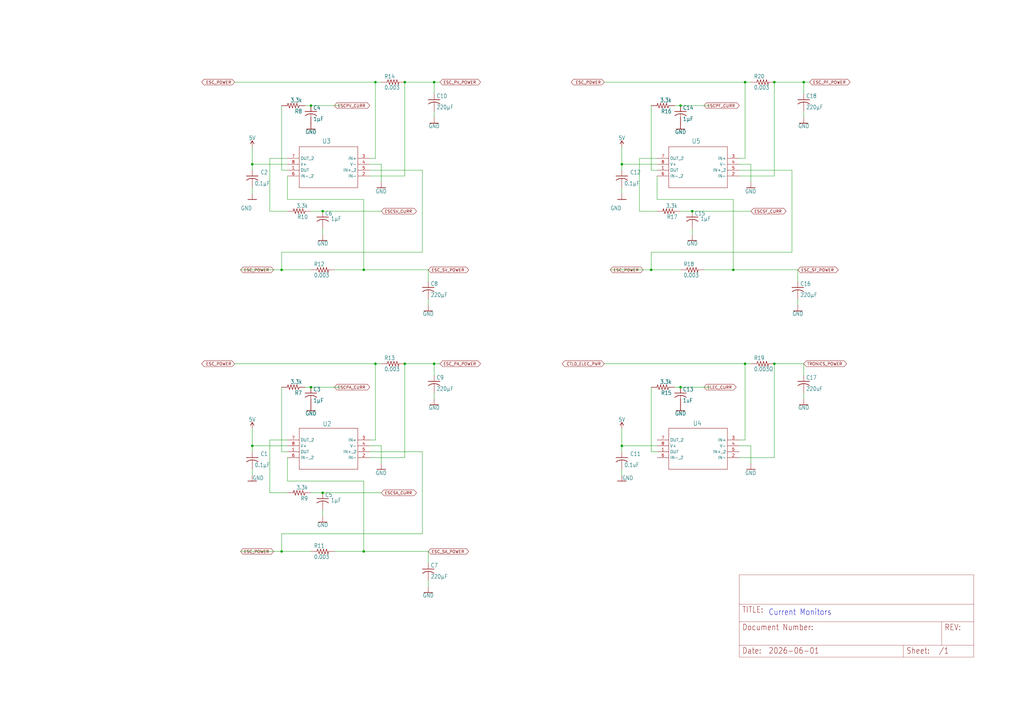
<source format=kicad_sch>
(kicad_sch (version 20231120) (generator "eeschema") (generator_version "8.0")
  (paper "User" 443.357 305.206)
  (lib_symbols
    (symbol "PMS-eagle-import:5V" (power)
      (symbol "5V_1_0"
        (polyline (pts (xy 0 2.54) (xy -0.762 1.27)) (stroke (width 0.254)))
        (polyline (pts (xy 0.762 1.27) (xy 0 2.54)) (stroke (width 0.254)))
        (pin power_in line (at 0 0 90) (length 2.54) (name "5V") (number "1"))
      )
    )
    (symbol "PMS-eagle-import:ADAFRUIT_C-US3.5MMCAP"
      (property "Reference" "C" (at 1.016 0.635 0))
      (symbol "ADAFRUIT_C-US3.5MMCAP_1_0"
        (arc (start 0 -1.0161) (mid -1.302 -1.2303) (end -2.4668 -1.8504) (stroke (width 0.254)))
        (polyline (pts (xy -2.54 0) (xy 2.54 0)) (stroke (width 0.254)))
        (polyline (pts (xy 0 -1.0161) (xy 0 -2.54)) (stroke (width 0.1524)))
        (polyline (pts (xy 0 -1.016) (xy 0 -1.0161)) (stroke (width 0.1524)))
        (arc (start 2.4892 -1.8541) (mid 1.3158 -1.2194) (end 0 -1) (stroke (width 0.254)))
        (pin passive line (at 0 2.54 270) (length 2.54) (name "1") (number "1"))
        (pin passive line (at 0 -5.08 90) (length 2.54) (name "2") (number "2"))
      )
    )
    (symbol "PMS-eagle-import:C-USC0603"
      (property "Reference" "C" (at 1.016 0.635 0))
      (symbol "C-USC0603_1_0"
        (arc (start 0 -1.0161) (mid -1.302 -1.2303) (end -2.4668 -1.8504) (stroke (width 0.254)))
        (polyline (pts (xy -2.54 0) (xy 2.54 0)) (stroke (width 0.254)))
        (polyline (pts (xy 0 -1.016) (xy 0 -2.54)) (stroke (width 0.1524)))
        (arc (start 2.4892 -1.8541) (mid 1.3158 -1.2194) (end 0 -1) (stroke (width 0.254)))
        (pin passive line (at 0 2.54 270) (length 2.54) (name "1") (number "1"))
        (pin passive line (at 0 -5.08 90) (length 2.54) (name "2") (number "2"))
      )
    )
    (symbol "PMS-eagle-import:C-USC0805"
      (property "Reference" "C" (at 1.016 0.635 0))
      (symbol "C-USC0805_1_0"
        (arc (start 0 -1.0161) (mid -1.302 -1.2303) (end -2.4668 -1.8504) (stroke (width 0.254)))
        (polyline (pts (xy -2.54 0) (xy 2.54 0)) (stroke (width 0.254)))
        (polyline (pts (xy 0 -1.016) (xy 0 -2.54)) (stroke (width 0.1524)))
        (arc (start 2.4892 -1.8541) (mid 1.3158 -1.2194) (end 0 -1) (stroke (width 0.254)))
        (pin passive line (at 0 2.54 270) (length 2.54) (name "1") (number "1"))
        (pin passive line (at 0 -5.08 90) (length 2.54) (name "2") (number "2"))
      )
    )
    (symbol "PMS-eagle-import:GND" (power)
      (symbol "GND_1_0"
        (polyline (pts (xy -1.905 0) (xy 1.905 0)) (stroke (width 0.254)))
        (pin power_in line (at 0 2.54 270) (length 2.54) (name "GND") (number "1"))
      )
    )
    (symbol "PMS-eagle-import:LM2904ITPX/NOPB"
      (symbol "LM2904ITPX/NOPB_1_0"
        (polyline (pts (xy 7.62 -12.7) (xy 33.02 -12.7)) (stroke (width 0.1524)))
        (polyline (pts (xy 7.62 5.08) (xy 7.62 -12.7)) (stroke (width 0.1524)))
        (polyline (pts (xy 33.02 -12.7) (xy 33.02 5.08)) (stroke (width 0.1524)))
        (polyline (pts (xy 33.02 5.08) (xy 7.62 5.08)) (stroke (width 0.1524)))
        (pin output line (at 2.54 -5.08 0) (length 5.08) (name "OUT") (number "1"))
        (pin input line (at 38.1 -7.62 180) (length 5.08) (name "IN-") (number "2"))
        (pin input line (at 38.1 0 180) (length 5.08) (name "IN+") (number "3"))
        (pin power_in line (at 38.1 -2.54 180) (length 5.08) (name "V-") (number "4"))
        (pin input line (at 38.1 -5.08 180) (length 5.08) (name "IN+_2") (number "5"))
        (pin input line (at 2.54 -7.62 0) (length 5.08) (name "IN-_2") (number "6"))
        (pin output line (at 2.54 0 0) (length 5.08) (name "OUT_2") (number "7"))
        (pin power_in line (at 2.54 -2.54 0) (length 5.08) (name "V+") (number "8"))
      )
    )
    (symbol "PMS-eagle-import:R-US_R0603"
      (property "Reference" "R" (at -3.81 1.4986 0))
      (symbol "R-US_R0603_1_0"
        (polyline (pts (xy -2.54 0) (xy -2.159 1.016)) (stroke (width 0.2032)))
        (polyline (pts (xy -2.159 1.016) (xy -1.524 -1.016)) (stroke (width 0.2032)))
        (polyline (pts (xy -1.524 -1.016) (xy -0.889 1.016)) (stroke (width 0.2032)))
        (polyline (pts (xy -0.889 1.016) (xy -0.254 -1.016)) (stroke (width 0.2032)))
        (polyline (pts (xy -0.254 -1.016) (xy 0.381 1.016)) (stroke (width 0.2032)))
        (polyline (pts (xy 0.381 1.016) (xy 1.016 -1.016)) (stroke (width 0.2032)))
        (polyline (pts (xy 1.016 -1.016) (xy 1.651 1.016)) (stroke (width 0.2032)))
        (polyline (pts (xy 1.651 1.016) (xy 2.286 -1.016)) (stroke (width 0.2032)))
        (polyline (pts (xy 2.286 -1.016) (xy 2.54 0)) (stroke (width 0.2032)))
        (pin passive line (at -5.08 0 0) (length 2.54) (name "1") (number "1"))
        (pin passive line (at 5.08 0 180) (length 2.54) (name "2") (number "2"))
      )
    )
    (symbol "PMS-eagle-import:R-US_R1206"
      (property "Reference" "R" (at -3.81 1.4986 0))
      (symbol "R-US_R1206_1_0"
        (polyline (pts (xy -2.54 0) (xy -2.159 1.016)) (stroke (width 0.2032)))
        (polyline (pts (xy -2.159 1.016) (xy -1.524 -1.016)) (stroke (width 0.2032)))
        (polyline (pts (xy -1.524 -1.016) (xy -0.889 1.016)) (stroke (width 0.2032)))
        (polyline (pts (xy -0.889 1.016) (xy -0.254 -1.016)) (stroke (width 0.2032)))
        (polyline (pts (xy -0.254 -1.016) (xy 0.381 1.016)) (stroke (width 0.2032)))
        (polyline (pts (xy 0.381 1.016) (xy 1.016 -1.016)) (stroke (width 0.2032)))
        (polyline (pts (xy 1.016 -1.016) (xy 1.651 1.016)) (stroke (width 0.2032)))
        (polyline (pts (xy 1.651 1.016) (xy 2.286 -1.016)) (stroke (width 0.2032)))
        (polyline (pts (xy 2.286 -1.016) (xy 2.54 0)) (stroke (width 0.2032)))
        (pin passive line (at -5.08 0 0) (length 2.54) (name "1") (number "1"))
        (pin passive line (at 5.08 0 180) (length 2.54) (name "2") (number "2"))
      )
    )
    (symbol "PMS-eagle-import:TABL_L"
      (symbol "TABL_L_1_0"
        (polyline (pts (xy 0 0) (xy 401.32 0)) (stroke (width 0.4064)))
        (polyline (pts (xy 0 266.7) (xy 0 0)) (stroke (width 0.4064)))
        (polyline (pts (xy 401.32 0) (xy 401.32 266.7)) (stroke (width 0.4064)))
        (polyline (pts (xy 401.32 266.7) (xy 0 266.7)) (stroke (width 0.4064)))
      )
      (symbol "TABL_L_2_0"
        (polyline (pts (xy 0 0) (xy 0 5.08)) (stroke (width 0.1016)))
        (polyline (pts (xy 0 0) (xy 71.12 0)) (stroke (width 0.1016)))
        (polyline (pts (xy 0 5.08) (xy 0 15.24)) (stroke (width 0.1016)))
        (polyline (pts (xy 0 5.08) (xy 71.12 5.08)) (stroke (width 0.1016)))
        (polyline (pts (xy 0 15.24) (xy 0 22.86)) (stroke (width 0.1016)))
        (polyline (pts (xy 0 22.86) (xy 0 35.56)) (stroke (width 0.1016)))
        (polyline (pts (xy 0 22.86) (xy 101.6 22.86)) (stroke (width 0.1016)))
        (polyline (pts (xy 71.12 0) (xy 101.6 0)) (stroke (width 0.1016)))
        (polyline (pts (xy 71.12 5.08) (xy 71.12 0)) (stroke (width 0.1016)))
        (polyline (pts (xy 71.12 5.08) (xy 87.63 5.08)) (stroke (width 0.1016)))
        (polyline (pts (xy 87.63 5.08) (xy 101.6 5.08)) (stroke (width 0.1016)))
        (polyline (pts (xy 87.63 15.24) (xy 0 15.24)) (stroke (width 0.1016)))
        (polyline (pts (xy 87.63 15.24) (xy 87.63 5.08)) (stroke (width 0.1016)))
        (polyline (pts (xy 101.6 5.08) (xy 101.6 0)) (stroke (width 0.1016)))
        (polyline (pts (xy 101.6 15.24) (xy 87.63 15.24)) (stroke (width 0.1016)))
        (polyline (pts (xy 101.6 15.24) (xy 101.6 5.08)) (stroke (width 0.1016)))
        (polyline (pts (xy 101.6 22.86) (xy 101.6 15.24)) (stroke (width 0.1016)))
        (polyline (pts (xy 101.6 35.56) (xy 0 35.56)) (stroke (width 0.1016)))
        (polyline (pts (xy 101.6 35.56) (xy 101.6 22.86)) (stroke (width 0.1016)))
        (text "${#}/${##}" (at 86.36 1.27 0) (effects (font (size 2.54 2.159)) (justify left bottom)))
        (text "${CURRENT_DATE}" (at 12.7 1.27 0) (effects (font (size 2.54 2.159)) (justify left bottom)))
        (text "${PROJECTNAME}" (at 17.78 19.05 0) (effects (font (size 2.54 2.159)) (justify left bottom)))
        (text "Date:" (at 1.27 1.27 0) (effects (font (size 2.54 2.159)) (justify left bottom)))
        (text "Document Number:" (at 1.27 11.43 0) (effects (font (size 2.54 2.159)) (justify left bottom)))
        (text "REV:" (at 88.9 11.43 0) (effects (font (size 2.54 2.159)) (justify left bottom)))
        (text "Sheet:" (at 72.39 1.27 0) (effects (font (size 2.54 2.159)) (justify left bottom)))
        (text "TITLE:" (at 1.27 19.05 0) (effects (font (size 2.54 2.159)) (justify left bottom)))
      )
    )
    (symbol "PMS-eagle-import:supply1_GND" (power)
      (symbol "supply1_GND_1_0"
        (polyline (pts (xy -1.905 0) (xy 1.905 0)) (stroke (width 0.254)))
        (pin power_in line (at 0 2.54 270) (length 2.54) (name "GND") (number "1"))
      )
    )
  )
  (junction (at 175.26 35.56))
  (junction (at 134.62 45.72))
  (junction (at 109.22 71.12))
  (junction (at 347.98 35.56))
  (junction (at 134.62 167.64))
  (junction (at 335.28 35.56))
  (junction (at 109.22 193.04))
  (junction (at 121.92 238.76))
  (junction (at 121.92 116.84))
  (junction (at 187.96 157.48))
  (junction (at 157.48 238.76))
  (junction (at 175.26 157.48))
  (junction (at 187.96 35.56))
  (junction (at 162.56 157.48))
  (junction (at 322.58 35.56))
  (junction (at 162.56 35.56))
  (junction (at 269.24 71.12))
  (junction (at 139.7 91.44))
  (junction (at 139.7 213.36))
  (junction (at 269.24 193.04))
  (junction (at 294.64 167.64))
  (junction (at 281.94 116.84))
  (junction (at 317.5 116.84))
  (junction (at 322.58 157.48))
  (junction (at 335.28 157.48))
  (junction (at 157.48 116.84))
  (junction (at 299.72 91.44))
  (junction (at 294.64 45.72))
  (wire (pts (xy 162.56 190.5) (xy 160.02 190.5)) (stroke (width 0.1524)))
  (wire (pts (xy 284.48 86.36) (xy 317.5 86.36)) (stroke (width 0.1524)))
  (wire (pts (xy 124.46 68.58) (xy 116.84 68.58)) (stroke (width 0.1524)))
  (wire (pts (xy 162.56 190.5) (xy 162.56 157.48)) (stroke (width 0.1524)))
  (wire (pts (xy 116.84 68.58) (xy 116.84 91.44)) (stroke (width 0.1524)))
  (wire (pts (xy 347.98 170.18) (xy 347.98 172.72)) (stroke (width 0.1524)))
  (wire (pts (xy 281.94 73.66) (xy 284.48 73.66)))
  (wire (pts (xy 322.58 157.48) (xy 261.62 157.48)) (stroke (width 0.1524)))
  (wire (pts (xy 299.72 91.44) (xy 325.12 91.44)) (stroke (width 0.1524)))
  (wire (pts (xy 124.46 73.66) (xy 121.92 73.66)) (stroke (width 0.1524)))
  (wire (pts (xy 185.42 238.76) (xy 185.42 243.84)))
  (wire (pts (xy 322.58 68.58) (xy 322.58 35.56)) (stroke (width 0.1524)))
  (wire (pts (xy 345.44 129.54) (xy 345.44 132.08)) (stroke (width 0.1524)))
  (wire (pts (xy 175.26 76.2) (xy 175.26 35.56)) (stroke (width 0.1524)))
  (wire (pts (xy 124.46 195.58) (xy 121.92 195.58)) (stroke (width 0.1524)))
  (wire (pts (xy 165.1 193.04) (xy 165.1 200.66)) (stroke (width 0.1524)))
  (wire (pts (xy 335.28 76.2) (xy 335.28 35.56)) (stroke (width 0.1524)))
  (wire (pts (xy 342.9 73.66) (xy 342.9 109.22)) (stroke (width 0.1524)))
  (wire (pts (xy 269.24 71.12) (xy 284.48 71.12)) (stroke (width 0.1524)))
  (wire (pts (xy 281.94 116.84) (xy 264.16 116.84)) (stroke (width 0.1524)))
  (wire (pts (xy 347.98 35.56) (xy 350.52 35.56)) (stroke (width 0.1524)))
  (wire (pts (xy 317.5 86.36) (xy 317.5 116.84)) (stroke (width 0.1524)))
  (wire (pts (xy 116.84 213.36) (xy 124.46 213.36)) (stroke (width 0.1524)))
  (wire (pts (xy 175.26 198.12) (xy 160.02 198.12)) (stroke (width 0.1524)))
  (wire (pts (xy 134.62 238.76) (xy 121.92 238.76)) (stroke (width 0.1524)))
  (wire (pts (xy 294.64 167.64) (xy 307.34 167.64)) (stroke (width 0.1524)))
  (wire (pts (xy 269.24 81.28) (xy 269.24 83.82)) (stroke (width 0.1524)))
  (wire (pts (xy 187.96 35.56) (xy 187.96 40.64)) (stroke (width 0.1524)))
  (wire (pts (xy 132.08 167.64) (xy 134.62 167.64)) (stroke (width 0.1524)))
  (wire (pts (xy 134.62 45.72) (xy 147.32 45.72)) (stroke (width 0.1524)))
  (wire (pts (xy 322.58 190.5) (xy 320.04 190.5)) (stroke (width 0.1524)))
  (wire (pts (xy 292.1 45.72) (xy 294.64 45.72)) (stroke (width 0.1524)))
  (wire (pts (xy 335.28 198.12) (xy 335.28 157.48)) (stroke (width 0.1524)))
  (wire (pts (xy 335.28 35.56) (xy 347.98 35.56)) (stroke (width 0.1524)))
  (wire (pts (xy 325.12 193.04) (xy 325.12 200.66)) (stroke (width 0.1524)))
  (wire (pts (xy 109.22 81.28) (xy 109.22 83.82)) (stroke (width 0.1524)))
  (wire (pts (xy 162.56 157.48) (xy 101.6 157.48)) (stroke (width 0.1524)))
  (wire (pts (xy 187.96 48.26) (xy 187.96 50.8)) (stroke (width 0.1524)))
  (wire (pts (xy 187.96 35.56) (xy 190.5 35.56)) (stroke (width 0.1524)))
  (wire (pts (xy 322.58 35.56) (xy 325.12 35.56)) (stroke (width 0.1524)))
  (wire (pts (xy 139.7 99.06) (xy 139.7 101.6)) (stroke (width 0.1524)))
  (wire (pts (xy 116.84 190.5) (xy 116.84 213.36)) (stroke (width 0.1524)))
  (wire (pts (xy 160.02 71.12) (xy 165.1 71.12)) (stroke (width 0.1524)))
  (wire (pts (xy 121.92 116.84) (xy 104.14 116.84)) (stroke (width 0.1524)))
  (wire (pts (xy 139.7 213.36) (xy 165.1 213.36)) (stroke (width 0.1524)))
  (wire (pts (xy 284.48 68.58) (xy 276.86 68.58)) (stroke (width 0.1524)))
  (wire (pts (xy 345.44 116.84) (xy 345.44 121.92)))
  (wire (pts (xy 109.22 73.66) (xy 109.22 71.12)) (stroke (width 0.1524)))
  (wire (pts (xy 134.62 167.64) (xy 147.32 167.64)) (stroke (width 0.1524)))
  (wire (pts (xy 109.22 71.12) (xy 124.46 71.12)) (stroke (width 0.1524)))
  (wire (pts (xy 139.7 91.44) (xy 165.1 91.44)) (stroke (width 0.1524)))
  (wire (pts (xy 320.04 73.66) (xy 342.9 73.66)) (stroke (width 0.1524)))
  (wire (pts (xy 185.42 116.84) (xy 185.42 121.92)))
  (wire (pts (xy 134.62 116.84) (xy 121.92 116.84)) (stroke (width 0.1524)))
  (wire (pts (xy 294.64 116.84) (xy 281.94 116.84)) (stroke (width 0.1524)))
  (wire (pts (xy 160.02 73.66) (xy 182.88 73.66)) (stroke (width 0.1524)))
  (wire (pts (xy 109.22 195.58) (xy 109.22 193.04)) (stroke (width 0.1524)))
  (wire (pts (xy 175.26 157.48) (xy 187.96 157.48)) (stroke (width 0.1524)))
  (wire (pts (xy 134.62 213.36) (xy 139.7 213.36)) (stroke (width 0.1524)))
  (wire (pts (xy 294.64 91.44) (xy 299.72 91.44)) (stroke (width 0.1524)))
  (wire (pts (xy 284.48 76.2) (xy 284.48 86.36)) (stroke (width 0.1524)))
  (wire (pts (xy 139.7 220.98) (xy 139.7 223.52)) (stroke (width 0.1524)))
  (wire (pts (xy 124.46 198.12) (xy 124.46 208.28)) (stroke (width 0.1524)))
  (wire (pts (xy 182.88 195.58) (xy 182.88 231.14)) (stroke (width 0.1524)))
  (wire (pts (xy 335.28 198.12) (xy 320.04 198.12)) (stroke (width 0.1524)))
  (wire (pts (xy 347.98 35.56) (xy 347.98 40.64)) (stroke (width 0.1524)))
  (wire (pts (xy 144.78 238.76) (xy 157.48 238.76)) (stroke (width 0.1524)))
  (wire (pts (xy 269.24 63.5) (xy 269.24 71.12)) (stroke (width 0.1524)))
  (wire (pts (xy 165.1 71.12) (xy 165.1 78.74)) (stroke (width 0.1524)))
  (wire (pts (xy 160.02 195.58) (xy 182.88 195.58)) (stroke (width 0.1524)))
  (wire (pts (xy 347.98 48.26) (xy 347.98 50.8)) (stroke (width 0.1524)))
  (wire (pts (xy 335.28 157.48) (xy 347.98 157.48)) (stroke (width 0.1524)))
  (wire (pts (xy 109.22 63.5) (xy 109.22 71.12)) (stroke (width 0.1524)))
  (wire (pts (xy 121.92 73.66) (xy 121.92 45.72)) (stroke (width 0.1524)))
  (wire (pts (xy 269.24 185.42) (xy 269.24 193.04)) (stroke (width 0.1524)))
  (wire (pts (xy 109.22 185.42) (xy 109.22 193.04)) (stroke (width 0.1524)))
  (wire (pts (xy 320.04 193.04) (xy 325.12 193.04)) (stroke (width 0.1524)))
  (wire (pts (xy 134.62 91.44) (xy 139.7 91.44)) (stroke (width 0.1524)))
  (wire (pts (xy 276.86 68.58) (xy 276.86 91.44)) (stroke (width 0.1524)))
  (wire (pts (xy 185.42 251.46) (xy 185.42 254)) (stroke (width 0.1524)))
  (wire (pts (xy 281.94 73.66) (xy 281.94 45.72)) (stroke (width 0.1524)))
  (wire (pts (xy 281.94 195.58) (xy 281.94 167.64)) (stroke (width 0.1524)))
  (wire (pts (xy 121.92 238.76) (xy 104.14 238.76)) (stroke (width 0.1524)))
  (wire (pts (xy 322.58 35.56) (xy 261.62 35.56)) (stroke (width 0.1524)))
  (wire (pts (xy 124.46 190.5) (xy 116.84 190.5)) (stroke (width 0.1524)))
  (wire (pts (xy 116.84 91.44) (xy 124.46 91.44)) (stroke (width 0.1524)))
  (wire (pts (xy 121.92 109.22) (xy 121.92 116.84)) (stroke (width 0.1524)))
  (wire (pts (xy 185.42 129.54) (xy 185.42 132.08)) (stroke (width 0.1524)))
  (wire (pts (xy 162.56 35.56) (xy 101.6 35.56)) (stroke (width 0.1524)))
  (wire (pts (xy 175.26 35.56) (xy 187.96 35.56)) (stroke (width 0.1524)))
  (wire (pts (xy 132.08 45.72) (xy 134.62 45.72)) (stroke (width 0.1524)))
  (wire (pts (xy 276.86 91.44) (xy 284.48 91.44)) (stroke (width 0.1524)))
  (wire (pts (xy 160.02 193.04) (xy 165.1 193.04)) (stroke (width 0.1524)))
  (wire (pts (xy 269.24 203.2) (xy 269.24 205.74)) (stroke (width 0.1524)))
  (wire (pts (xy 144.78 116.84) (xy 157.48 116.84)) (stroke (width 0.1524)))
  (wire (pts (xy 157.48 208.28) (xy 157.48 238.76)) (stroke (width 0.1524)))
  (wire (pts (xy 187.96 157.48) (xy 190.5 157.48)) (stroke (width 0.1524)))
  (wire (pts (xy 325.12 71.12) (xy 325.12 78.74)) (stroke (width 0.1524)))
  (wire (pts (xy 162.56 68.58) (xy 160.02 68.58)) (stroke (width 0.1524)))
  (wire (pts (xy 269.24 73.66) (xy 269.24 71.12)) (stroke (width 0.1524)))
  (wire (pts (xy 109.22 203.2) (xy 109.22 205.74)) (stroke (width 0.1524)))
  (wire (pts (xy 320.04 71.12) (xy 325.12 71.12)) (stroke (width 0.1524)))
  (wire (pts (xy 322.58 68.58) (xy 320.04 68.58)) (stroke (width 0.1524)))
  (wire (pts (xy 281.94 109.22) (xy 281.94 116.84)) (stroke (width 0.1524)))
  (wire (pts (xy 269.24 193.04) (xy 284.48 193.04)) (stroke (width 0.1524)))
  (wire (pts (xy 124.46 76.2) (xy 124.46 86.36)) (stroke (width 0.1524)))
  (wire (pts (xy 322.58 190.5) (xy 322.58 157.48)) (stroke (width 0.1524)))
  (wire (pts (xy 187.96 157.48) (xy 187.96 162.56)) (stroke (width 0.1524)))
  (wire (pts (xy 182.88 231.14) (xy 121.92 231.14)) (stroke (width 0.1524)))
  (wire (pts (xy 121.92 231.14) (xy 121.92 238.76)) (stroke (width 0.1524)))
  (wire (pts (xy 187.96 170.18) (xy 187.96 172.72)) (stroke (width 0.1524)))
  (wire (pts (xy 320.04 76.2) (xy 335.28 76.2)) (stroke (width 0.1524)))
  (wire (pts (xy 157.48 116.84) (xy 185.42 116.84)) (stroke (width 0.1524)))
  (wire (pts (xy 299.72 99.06) (xy 299.72 101.6)) (stroke (width 0.1524)))
  (wire (pts (xy 162.56 35.56) (xy 165.1 35.56)) (stroke (width 0.1524)))
  (wire (pts (xy 182.88 109.22) (xy 121.92 109.22)) (stroke (width 0.1524)))
  (wire (pts (xy 157.48 86.36) (xy 157.48 116.84)) (stroke (width 0.1524)))
  (wire (pts (xy 342.9 109.22) (xy 281.94 109.22)) (stroke (width 0.1524)))
  (wire (pts (xy 284.48 195.58) (xy 281.94 195.58)) (stroke (width 0.1524)))
  (wire (pts (xy 304.8 116.84) (xy 317.5 116.84)) (stroke (width 0.1524)))
  (wire (pts (xy 162.56 68.58) (xy 162.56 35.56)) (stroke (width 0.1524)))
  (wire (pts (xy 175.26 76.2) (xy 160.02 76.2)) (stroke (width 0.1524)))
  (wire (pts (xy 292.1 167.64) (xy 294.64 167.64)) (stroke (width 0.1524)))
  (wire (pts (xy 162.56 157.48) (xy 165.1 157.48)) (stroke (width 0.1524)))
  (wire (pts (xy 269.24 195.58) (xy 269.24 193.04)) (stroke (width 0.1524)))
  (wire (pts (xy 157.48 238.76) (xy 185.42 238.76)) (stroke (width 0.1524)))
  (wire (pts (xy 109.22 193.04) (xy 124.46 193.04)) (stroke (width 0.1524)))
  (wire (pts (xy 182.88 73.66) (xy 182.88 109.22)) (stroke (width 0.1524)))
  (wire (pts (xy 124.46 208.28) (xy 157.48 208.28)) (stroke (width 0.1524)))
  (wire (pts (xy 322.58 157.48) (xy 325.12 157.48)) (stroke (width 0.1524)))
  (wire (pts (xy 175.26 198.12) (xy 175.26 157.48)) (stroke (width 0.1524)))
  (wire (pts (xy 317.5 116.84) (xy 345.44 116.84)) (stroke (width 0.1524)))
  (wire (pts (xy 347.98 157.48) (xy 347.98 162.56)))
  (wire (pts (xy 294.64 45.72) (xy 307.34 45.72)) (stroke (width 0.1524)))
  (wire (pts (xy 121.92 195.58) (xy 121.92 167.64)) (stroke (width 0.1524)))
  (wire (pts (xy 124.46 86.36) (xy 157.48 86.36)) (stroke (width 0.1524)))
  (text "Current Monitors" (at 332.74 266.7 0) (effects (font (size 2.54 2.159)) (justify left bottom)))
  (global_label "ESC_SV_POWER" (shape bidirectional) (at 185.42 116.84 0) (effects (font (size 1.2446 1.2446))) (property "Intersheetrefs" "${INTERSHEET_REFS}" (effects (hide yes))))
  (global_label "ESC_SF_POWER" (shape bidirectional) (at 345.44 116.84 0) (effects (font (size 1.2446 1.2446))) (property "Intersheetrefs" "${INTERSHEET_REFS}" (effects (hide yes))))
  (global_label "ESC_POWER" (shape bidirectional) (at 101.6 35.56 180) (effects (font (size 1.2446 1.2446))) (property "Intersheetrefs" "${INTERSHEET_REFS}" (effects (hide yes))))
  (global_label "CTLD_ELEC_PWR" (shape bidirectional) (at 261.62 157.48 180) (effects (font (size 1.2446 1.2446))) (property "Intersheetrefs" "${INTERSHEET_REFS}" (effects (hide yes))))
  (global_label "ESC_SA_POWER" (shape bidirectional) (at 185.42 238.76 0) (effects (font (size 1.2446 1.2446))) (property "Intersheetrefs" "${INTERSHEET_REFS}" (effects (hide yes))))
  (global_label "ESCPV_CURR" (shape bidirectional) (at 144.78 45.72 0) (effects (font (size 1.2446 1.2446))) (property "Intersheetrefs" "${INTERSHEET_REFS}" (effects (hide yes))))
  (global_label "ESCPA_CURR" (shape bidirectional) (at 144.78 167.64 0) (effects (font (size 1.2446 1.2446))) (property "Intersheetrefs" "${INTERSHEET_REFS}" (effects (hide yes))))
  (global_label "ESC_POWER" (shape bidirectional) (at 264.16 116.84 0) (effects (font (size 1.2446 1.2446))) (property "Intersheetrefs" "${INTERSHEET_REFS}" (effects (hide yes))))
  (global_label "TRONICS_POWER" (shape bidirectional) (at 347.98 157.48 0) (effects (font (size 1.2446 1.2446))) (property "Intersheetrefs" "${INTERSHEET_REFS}" (effects (hide yes))))
  (global_label "ESC_PA_POWER" (shape bidirectional) (at 190.5 157.48 0) (effects (font (size 1.2446 1.2446))) (property "Intersheetrefs" "${INTERSHEET_REFS}" (effects (hide yes))))
  (global_label "ELEC_CURR" (shape bidirectional) (at 304.8 167.64 0) (effects (font (size 1.2446 1.2446))) (property "Intersheetrefs" "${INTERSHEET_REFS}" (effects (hide yes))))
  (global_label "ESCSV_CURR" (shape bidirectional) (at 165.1 91.44 0) (effects (font (size 1.2446 1.2446))) (property "Intersheetrefs" "${INTERSHEET_REFS}" (effects (hide yes))))
  (global_label "ESC_PV_POWER" (shape bidirectional) (at 190.5 35.56 0) (effects (font (size 1.2446 1.2446))) (property "Intersheetrefs" "${INTERSHEET_REFS}" (effects (hide yes))))
  (global_label "ESCSF_CURR" (shape bidirectional) (at 325.12 91.44 0) (effects (font (size 1.2446 1.2446))) (property "Intersheetrefs" "${INTERSHEET_REFS}" (effects (hide yes))))
  (global_label "ESCPF_CURR" (shape bidirectional) (at 304.8 45.72 0) (effects (font (size 1.2446 1.2446))) (property "Intersheetrefs" "${INTERSHEET_REFS}" (effects (hide yes))))
  (global_label "ESC_POWER" (shape bidirectional) (at 101.6 157.48 180) (effects (font (size 1.2446 1.2446))) (property "Intersheetrefs" "${INTERSHEET_REFS}" (effects (hide yes))))
  (global_label "ESC_PF_POWER" (shape bidirectional) (at 350.52 35.56 0) (effects (font (size 1.2446 1.2446))) (property "Intersheetrefs" "${INTERSHEET_REFS}" (effects (hide yes))))
  (global_label "ESC_POWER" (shape bidirectional) (at 261.62 35.56 180) (effects (font (size 1.2446 1.2446))) (property "Intersheetrefs" "${INTERSHEET_REFS}" (effects (hide yes))))
  (global_label "ESC_POWER" (shape bidirectional) (at 104.14 238.76 0) (effects (font (size 1.2446 1.2446))) (property "Intersheetrefs" "${INTERSHEET_REFS}" (effects (hide yes))))
  (global_label "ESCSA_CURR" (shape bidirectional) (at 165.1 213.36 0) (effects (font (size 1.2446 1.2446))) (property "Intersheetrefs" "${INTERSHEET_REFS}" (effects (hide yes))))
  (global_label "ESC_POWER" (shape bidirectional) (at 104.14 116.84 0) (effects (font (size 1.2446 1.2446))) (property "Intersheetrefs" "${INTERSHEET_REFS}" (effects (hide yes))))
  (symbol (lib_id "PMS-eagle-import:GND") (at 185.42 134.62 0) (unit 1)
    (property "Reference" "#GND029" (effects (hide yes)))
    (property "Value" "GND" (at 185.42 134.874 0) (effects (font (size 1.778 1.5113)) (justify top)))
  )
  (symbol (lib_id "PMS-eagle-import:ADAFRUIT_C-US3.5MMCAP") (at 185.42 246.38 0) (unit 1)
    (property "Reference" "C7" (at 186.436 245.745 0) (effects (font (size 1.778 1.5113)) (justify left bottom)))
    (property "Value" "220µF" (at 186.436 250.571 0) (effects (font (size 1.778 1.5113)) (justify left bottom)))
    (property "Footprint" "Capacitor_SMD:C_1206_3216Metric" (effects (hide yes)))
  )
  (symbol (lib_id "PMS-eagle-import:GND") (at 269.24 86.36 0) (unit 1)
    (property "Reference" "#GND033" (effects (hide yes)))
    (property "Value" "GND" (at 266.7 89.154 0) (effects (font (size 1.778 1.5113)) (justify top)))
  )
  (symbol (lib_id "PMS-eagle-import:R-US_R1206") (at 299.72 116.84 0) (unit 1)
    (property "Reference" "R18" (at 295.91 115.3414 0) (effects (font (size 1.778 1.5113)) (justify left bottom)))
    (property "Value" "0.003" (at 295.91 120.142 0) (effects (font (size 1.778 1.5113)) (justify left bottom)))
    (property "Footprint" "Resistor_SMD:R_0805_2012Metric_Pad1.20x1.40mm_HandSolder" (effects (hide yes)))
  )
  (symbol (lib_id "PMS-eagle-import:R-US_R0603") (at 287.02 45.72 180) (unit 1)
    (property "Reference" "R16" (at 290.83 47.2186 0) (effects (font (size 1.778 1.5113)) (justify left bottom)))
    (property "Value" "3.3k" (at 290.83 42.418 0) (effects (font (size 1.778 1.5113)) (justify left bottom)))
    (property "Footprint" "Resistor_SMD:R_0805_2012Metric_Pad1.20x1.40mm_HandSolder" (effects (hide yes)))
  )
  (symbol (lib_id "PMS-eagle-import:5V") (at 109.22 63.5 0) (unit 1)
    (property "Reference" "#SUPPLY04" (effects (hide yes)))
    (property "Value" "5V" (at 109.22 60.706 0) (effects (font (size 1.778 1.5113)) (justify bottom)))
  )
  (symbol (lib_id "PMS-eagle-import:R-US_R0603") (at 289.56 91.44 180) (unit 1)
    (property "Reference" "R17" (at 293.37 92.9386 0) (effects (font (size 1.778 1.5113)) (justify left bottom)))
    (property "Value" "3.3k" (at 293.37 88.138 0) (effects (font (size 1.778 1.5113)) (justify left bottom)))
    (property "Footprint" "Resistor_SMD:R_0805_2012Metric_Pad1.20x1.40mm_HandSolder" (effects (hide yes)))
  )
  (symbol (lib_id "PMS-eagle-import:supply1_GND") (at 165.1 81.28 0) (unit 1)
    (property "Reference" "#GND026" (effects (hide yes)))
    (property "Value" "GND" (at 162.56 83.82 0) (effects (font (size 1.778 1.5113)) (justify left bottom)))
  )
  (symbol (lib_id "PMS-eagle-import:5V") (at 269.24 63.5 0) (unit 1)
    (property "Reference" "#SUPPLY07" (effects (hide yes)))
    (property "Value" "5V" (at 269.24 60.706 0) (effects (font (size 1.778 1.5113)) (justify bottom)))
  )
  (symbol (lib_id "PMS-eagle-import:ADAFRUIT_C-US3.5MMCAP") (at 345.44 124.46 0) (unit 1)
    (property "Reference" "C16" (at 346.456 123.825 0) (effects (font (size 1.778 1.5113)) (justify left bottom)))
    (property "Value" "220µF" (at 346.456 128.651 0) (effects (font (size 1.778 1.5113)) (justify left bottom)))
    (property "Footprint" "Capacitor_SMD:C_1206_3216Metric" (effects (hide yes)))
  )
  (symbol (lib_id "PMS-eagle-import:GND") (at 345.44 134.62 0) (unit 1)
    (property "Reference" "#GND035" (effects (hide yes)))
    (property "Value" "GND" (at 345.44 134.874 0) (effects (font (size 1.778 1.5113)) (justify top)))
  )
  (symbol (lib_id "PMS-eagle-import:GND") (at 294.64 177.8 0) (unit 1)
    (property "Reference" "#GND063" (effects (hide yes)))
    (property "Value" "GND" (at 294.64 178.054 0) (effects (font (size 1.778 1.5113)) (justify top)))
  )
  (symbol (lib_id "PMS-eagle-import:GND") (at 139.7 226.06 0) (unit 1)
    (property "Reference" "#GND042" (effects (hide yes)))
    (property "Value" "GND" (at 139.7 226.314 0) (effects (font (size 1.778 1.5113)) (justify top)))
  )
  (symbol (lib_id "PMS-eagle-import:R-US_R1206") (at 170.18 35.56 0) (unit 1)
    (property "Reference" "R14" (at 166.37 34.0614 0) (effects (font (size 1.778 1.5113)) (justify left bottom)))
    (property "Value" "0.003" (at 166.37 38.862 0) (effects (font (size 1.778 1.5113)) (justify left bottom)))
    (property "Footprint" "Resistor_SMD:R_0805_2012Metric_Pad1.20x1.40mm_HandSolder" (effects (hide yes)))
  )
  (symbol (lib_id "PMS-eagle-import:R-US_R1206") (at 139.7 238.76 0) (unit 1)
    (property "Reference" "R11" (at 135.89 237.2614 0) (effects (font (size 1.778 1.5113)) (justify left bottom)))
    (property "Value" "0.003" (at 135.89 242.062 0) (effects (font (size 1.778 1.5113)) (justify left bottom)))
    (property "Footprint" "Resistor_SMD:R_0805_2012Metric_Pad1.20x1.40mm_HandSolder" (effects (hide yes)))
  )
  (symbol (lib_id "PMS-eagle-import:C-USC0603") (at 134.62 170.18 0) (unit 1)
    (property "Reference" "C3" (at 135.636 169.545 0) (effects (font (size 1.778 1.5113)) (justify left bottom)))
    (property "Value" "1µF" (at 135.636 174.371 0) (effects (font (size 1.778 1.5113)) (justify left bottom)))
    (property "Footprint" "Capacitor_SMD:C_0805_2012Metric" (effects (hide yes)))
  )
  (symbol (lib_id "PMS-eagle-import:supply1_GND") (at 165.1 203.2 0) (unit 1)
    (property "Reference" "#GND040" (effects (hide yes)))
    (property "Value" "GND" (at 162.56 205.74 0) (effects (font (size 1.778 1.5113)) (justify left bottom)))
  )
  (symbol (lib_id "PMS-eagle-import:R-US_R0603") (at 127 45.72 180) (unit 1)
    (property "Reference" "R8" (at 130.81 47.2186 0) (effects (font (size 1.778 1.5113)) (justify left bottom)))
    (property "Value" "3.3k" (at 130.81 42.418 0) (effects (font (size 1.778 1.5113)) (justify left bottom)))
    (property "Footprint" "Resistor_SMD:R_0805_2012Metric_Pad1.20x1.40mm_HandSolder" (effects (hide yes)))
  )
  (symbol (lib_id "PMS-eagle-import:5V") (at 269.24 185.42 0) (unit 1)
    (property "Reference" "#SUPPLY012" (effects (hide yes)))
    (property "Value" "5V" (at 269.24 182.626 0) (effects (font (size 1.778 1.5113)) (justify bottom)))
  )
  (symbol (lib_id "PMS-eagle-import:GND") (at 187.96 53.34 0) (unit 1)
    (property "Reference" "#GND027" (effects (hide yes)))
    (property "Value" "GND" (at 187.96 53.594 0) (effects (font (size 1.778 1.5113)) (justify top)))
  )
  (symbol (lib_id "PMS-eagle-import:R-US_R0603") (at 129.54 213.36 180) (unit 1)
    (property "Reference" "R9" (at 133.35 214.8586 0) (effects (font (size 1.778 1.5113)) (justify left bottom)))
    (property "Value" "3.3k" (at 133.35 210.058 0) (effects (font (size 1.778 1.5113)) (justify left bottom)))
    (property "Footprint" "Resistor_SMD:R_0805_2012Metric_Pad1.20x1.40mm_HandSolder" (effects (hide yes)))
  )
  (symbol (lib_id "PMS-eagle-import:C-USC0805") (at 294.64 170.18 0) (unit 1)
    (property "Reference" "C13" (at 295.656 169.545 0) (effects (font (size 1.778 1.5113)) (justify left bottom)))
    (property "Value" "1uF" (at 295.656 174.371 0) (effects (font (size 1.778 1.5113)) (justify left bottom)))
    (property "Footprint" "Capacitor_SMD:C_0805_2012Metric" (effects (hide yes)))
  )
  (symbol (lib_id "PMS-eagle-import:supply1_GND") (at 325.12 81.28 0) (unit 1)
    (property "Reference" "#GND034" (effects (hide yes)))
    (property "Value" "GND" (at 322.58 83.82 0) (effects (font (size 1.778 1.5113)) (justify left bottom)))
  )
  (symbol (lib_id "PMS-eagle-import:GND") (at 347.98 53.34 0) (unit 1)
    (property "Reference" "#GND032" (effects (hide yes)))
    (property "Value" "GND" (at 347.98 53.594 0) (effects (font (size 1.778 1.5113)) (justify top)))
  )
  (symbol (lib_id "PMS-eagle-import:LM2904ITPX/NOPB") (at 281.94 68.58 0) (unit 1)
    (property "Reference" "U5" (at 299.466 62.23 0) (effects (font (size 2.0828 1.7703)) (justify left bottom)))
    (property "Value" "LM2904ITPX/NOPB" (effects (hide yes)))
    (property "Footprint" "Package_SO:SOIC-8_3.9x4.9mm_P1.27mm" (effects (hide yes)))
    (property "Description" "Test\n\nThis is an opamp...." (effects (hide yes)))
  )
  (symbol (lib_id "PMS-eagle-import:C-USC0603") (at 269.24 198.12 0) (unit 1)
    (property "Reference" "C11" (at 272.796 197.485 0) (effects (font (size 1.778 1.5113)) (justify left bottom)))
    (property "Value" "0.1uF" (at 270.256 202.311 0) (effects (font (size 1.778 1.5113)) (justify left bottom)))
    (property "Footprint" "Capacitor_SMD:C_0805_2012Metric" (effects (hide yes)))
  )
  (symbol (lib_id "PMS-eagle-import:TABL_L") (at 320.04 284.48 0) (unit 2)
    (property "Reference" "#FRAME3" (effects (hide yes)))
    (property "Value" "Null Value" (effects (hide yes)))
  )
  (symbol (lib_id "PMS-eagle-import:ADAFRUIT_C-US3.5MMCAP") (at 187.96 43.18 0) (unit 1)
    (property "Reference" "C10" (at 188.976 42.545 0) (effects (font (size 1.778 1.5113)) (justify left bottom)))
    (property "Value" "220µF" (at 188.976 47.371 0) (effects (font (size 1.778 1.5113)) (justify left bottom)))
    (property "Footprint" "Capacitor_SMD:C_1206_3216Metric" (effects (hide yes)))
  )
  (symbol (lib_id "PMS-eagle-import:ADAFRUIT_C-US3.5MMCAP") (at 185.42 124.46 0) (unit 1)
    (property "Reference" "C8" (at 186.436 123.825 0) (effects (font (size 1.778 1.5113)) (justify left bottom)))
    (property "Value" "220µF" (at 186.436 128.651 0) (effects (font (size 1.778 1.5113)) (justify left bottom)))
    (property "Footprint" "Capacitor_SMD:C_1206_3216Metric" (effects (hide yes)))
  )
  (symbol (lib_id "PMS-eagle-import:R-US_R1206") (at 330.2 157.48 0) (unit 1)
    (property "Reference" "R19" (at 326.39 155.9814 0) (effects (font (size 1.778 1.5113)) (justify left bottom)))
    (property "Value" "0.003Ω" (at 326.39 160.782 0) (effects (font (size 1.778 1.5113)) (justify left bottom)))
    (property "Footprint" "Resistor_SMD:R_0805_2012Metric_Pad1.20x1.40mm_HandSolder" (effects (hide yes)))
  )
  (symbol (lib_id "PMS-eagle-import:C-USC0603") (at 139.7 93.98 0) (unit 1)
    (property "Reference" "C6" (at 140.716 93.345 0) (effects (font (size 1.778 1.5113)) (justify left bottom)))
    (property "Value" "1µF" (at 143.256 95.631 0) (effects (font (size 1.778 1.5113)) (justify left bottom)))
    (property "Footprint" "Capacitor_SMD:C_0805_2012Metric" (effects (hide yes)))
  )
  (symbol (lib_id "PMS-eagle-import:GND") (at 139.7 104.14 0) (unit 1)
    (property "Reference" "#GND031" (effects (hide yes)))
    (property "Value" "GND" (at 139.7 104.394 0) (effects (font (size 1.778 1.5113)) (justify top)))
  )
  (symbol (lib_id "PMS-eagle-import:C-USC0603") (at 269.24 76.2 0) (unit 1)
    (property "Reference" "C12" (at 272.796 75.565 0) (effects (font (size 1.778 1.5113)) (justify left bottom)))
    (property "Value" "0.1µF" (at 270.256 80.391 0) (effects (font (size 1.778 1.5113)) (justify left bottom)))
    (property "Footprint" "Capacitor_SMD:C_0805_2012Metric" (effects (hide yes)))
  )
  (symbol (lib_id "PMS-eagle-import:GND") (at 294.64 55.88 0) (unit 1)
    (property "Reference" "#GND030" (effects (hide yes)))
    (property "Value" "GND" (at 294.64 56.134 0) (effects (font (size 1.778 1.5113)) (justify top)))
  )
  (symbol (lib_id "PMS-eagle-import:ADAFRUIT_C-US3.5MMCAP") (at 347.98 43.18 0) (unit 1)
    (property "Reference" "C18" (at 348.996 42.545 0) (effects (font (size 1.778 1.5113)) (justify left bottom)))
    (property "Value" "220µF" (at 348.996 47.371 0) (effects (font (size 1.778 1.5113)) (justify left bottom)))
    (property "Footprint" "Capacitor_SMD:C_1206_3216Metric" (effects (hide yes)))
  )
  (symbol (lib_id "PMS-eagle-import:LM2904ITPX/NOPB") (at 121.92 68.58 0) (unit 1)
    (property "Reference" "U3" (at 139.446 62.23 0) (effects (font (size 2.0828 1.7703)) (justify left bottom)))
    (property "Value" "LM2904ITPX/NOPB" (effects (hide yes)))
    (property "Footprint" "Package_SO:SOIC-8_3.9x4.9mm_P1.27mm" (effects (hide yes)))
    (property "Description" "Test\n\nThis is an opamp...." (effects (hide yes)))
  )
  (symbol (lib_id "PMS-eagle-import:R-US_R1206") (at 170.18 157.48 0) (unit 1)
    (property "Reference" "R13" (at 166.37 155.9814 0) (effects (font (size 1.778 1.5113)) (justify left bottom)))
    (property "Value" "0.003" (at 166.37 160.782 0) (effects (font (size 1.778 1.5113)) (justify left bottom)))
    (property "Footprint" "Resistor_SMD:R_0805_2012Metric_Pad1.20x1.40mm_HandSolder" (effects (hide yes)))
  )
  (symbol (lib_id "PMS-eagle-import:GND") (at 134.62 177.8 0) (unit 1)
    (property "Reference" "#GND037" (effects (hide yes)))
    (property "Value" "GND" (at 134.62 178.054 0) (effects (font (size 1.778 1.5113)) (justify top)))
  )
  (symbol (lib_id "PMS-eagle-import:GND") (at 187.96 175.26 0) (unit 1)
    (property "Reference" "#GND038" (effects (hide yes)))
    (property "Value" "GND" (at 187.96 175.514 0) (effects (font (size 1.778 1.5113)) (justify top)))
  )
  (symbol (lib_id "PMS-eagle-import:GND") (at 134.62 55.88 0) (unit 1)
    (property "Reference" "#GND025" (effects (hide yes)))
    (property "Value" "GND" (at 134.62 56.134 0) (effects (font (size 1.778 1.5113)) (justify top)))
  )
  (symbol (lib_id "PMS-eagle-import:ADAFRUIT_C-US3.5MMCAP") (at 187.96 165.1 0) (unit 1)
    (property "Reference" "C9" (at 188.976 164.465 0) (effects (font (size 1.778 1.5113)) (justify left bottom)))
    (property "Value" "220µF" (at 188.976 169.291 0) (effects (font (size 1.778 1.5113)) (justify left bottom)))
    (property "Footprint" "Capacitor_SMD:C_1206_3216Metric" (effects (hide yes)))
  )
  (symbol (lib_id "PMS-eagle-import:R-US_R1206") (at 330.2 35.56 0) (unit 1)
    (property "Reference" "R20" (at 326.39 34.0614 0) (effects (font (size 1.778 1.5113)) (justify left bottom)))
    (property "Value" "0.003" (at 326.39 38.862 0) (effects (font (size 1.778 1.5113)) (justify left bottom)))
    (property "Footprint" "Resistor_SMD:R_0805_2012Metric_Pad1.20x1.40mm_HandSolder" (effects (hide yes)))
  )
  (symbol (lib_id "PMS-eagle-import:GND") (at 347.98 175.26 0) (unit 1)
    (property "Reference" "#GND064" (effects (hide yes)))
    (property "Value" "GND" (at 347.98 175.514 0) (effects (font (size 1.778 1.5113)) (justify top)))
  )
  (symbol (lib_id "PMS-eagle-import:5V") (at 109.22 185.42 0) (unit 1)
    (property "Reference" "#SUPPLY08" (effects (hide yes)))
    (property "Value" "5V" (at 109.22 182.626 0) (effects (font (size 1.778 1.5113)) (justify bottom)))
  )
  (symbol (lib_id "PMS-eagle-import:GND") (at 109.22 86.36 0) (unit 1)
    (property "Reference" "#GND028" (effects (hide yes)))
    (property "Value" "GND" (at 106.68 89.154 0) (effects (font (size 1.778 1.5113)) (justify top)))
  )
  (symbol (lib_id "PMS-eagle-import:C-USC0603") (at 139.7 215.9 0) (unit 1)
    (property "Reference" "C5" (at 140.716 215.265 0) (effects (font (size 1.778 1.5113)) (justify left bottom)))
    (property "Value" "1µF" (at 143.256 217.551 0) (effects (font (size 1.778 1.5113)) (justify left bottom)))
    (property "Footprint" "Capacitor_SMD:C_0805_2012Metric" (effects (hide yes)))
  )
  (symbol (lib_id "PMS-eagle-import:C-USC0603") (at 299.72 93.98 0) (unit 1)
    (property "Reference" "C15" (at 300.736 93.345 0) (effects (font (size 1.778 1.5113)) (justify left bottom)))
    (property "Value" "1µF" (at 303.276 95.631 0) (effects (font (size 1.778 1.5113)) (justify left bottom)))
    (property "Footprint" "Capacitor_SMD:C_0805_2012Metric" (effects (hide yes)))
  )
  (symbol (lib_id "PMS-eagle-import:C-USC0603") (at 294.64 48.26 0) (unit 1)
    (property "Reference" "C14" (at 295.656 47.625 0) (effects (font (size 1.778 1.5113)) (justify left bottom)))
    (property "Value" "1µF" (at 295.656 52.451 0) (effects (font (size 1.778 1.5113)) (justify left bottom)))
    (property "Footprint" "Capacitor_SMD:C_0805_2012Metric" (effects (hide yes)))
  )
  (symbol (lib_id "PMS-eagle-import:C-USC0603") (at 109.22 76.2 0) (unit 1)
    (property "Reference" "C2" (at 112.776 75.565 0) (effects (font (size 1.778 1.5113)) (justify left bottom)))
    (property "Value" "0.1µF" (at 110.236 80.391 0) (effects (font (size 1.778 1.5113)) (justify left bottom)))
    (property "Footprint" "Capacitor_SMD:C_0805_2012Metric" (effects (hide yes)))
  )
  (symbol (lib_id "PMS-eagle-import:R-US_R0603") (at 127 167.64 180) (unit 1)
    (property "Reference" "R7" (at 130.81 169.1386 0) (effects (font (size 1.778 1.5113)) (justify left bottom)))
    (property "Value" "3.3k" (at 130.81 164.338 0) (effects (font (size 1.778 1.5113)) (justify left bottom)))
    (property "Footprint" "Resistor_SMD:R_0805_2012Metric_Pad1.20x1.40mm_HandSolder" (effects (hide yes)))
  )
  (symbol (lib_id "PMS-eagle-import:LM2904ITPX/NOPB") (at 281.94 190.5 0) (unit 1)
    (property "Reference" "U4" (at 299.974 184.404 0) (effects (font (size 2.0828 1.7703)) (justify left bottom)))
    (property "Value" "LM2904ITPX/NOPB" (effects (hide yes)))
    (property "Footprint" "Package_SO:SOIC-8_3.9x4.9mm_P1.27mm" (effects (hide yes)))
    (property "Description" "Test\n\nThis is an opamp...." (effects (hide yes)))
  )
  (symbol (lib_id "PMS-eagle-import:C-USC0603") (at 109.22 198.12 0) (unit 1)
    (property "Reference" "C1" (at 112.776 197.485 0) (effects (font (size 1.778 1.5113)) (justify left bottom)))
    (property "Value" "0.1µF" (at 110.236 202.311 0) (effects (font (size 1.778 1.5113)) (justify left bottom)))
    (property "Footprint" "Capacitor_SMD:C_0805_2012Metric" (effects (hide yes)))
  )
  (symbol (lib_id "PMS-eagle-import:C-USC0603") (at 134.62 48.26 0) (unit 1)
    (property "Reference" "C4" (at 135.636 47.625 0) (effects (font (size 1.778 1.5113)) (justify left bottom)))
    (property "Value" "1µF" (at 135.636 52.451 0) (effects (font (size 1.778 1.5113)) (justify left bottom)))
    (property "Footprint" "Capacitor_SMD:C_0805_2012Metric" (effects (hide yes)))
  )
  (symbol (lib_id "PMS-eagle-import:GND") (at 185.42 256.54 0) (unit 1)
    (property "Reference" "#GND041" (effects (hide yes)))
    (property "Value" "GND" (at 185.42 256.794 0) (effects (font (size 1.778 1.5113)) (justify top)))
  )
  (symbol (lib_id "PMS-eagle-import:R-US_R1206") (at 139.7 116.84 0) (unit 1)
    (property "Reference" "R12" (at 135.89 115.3414 0) (effects (font (size 1.778 1.5113)) (justify left bottom)))
    (property "Value" "0.003" (at 135.89 120.142 0) (effects (font (size 1.778 1.5113)) (justify left bottom)))
    (property "Footprint" "Resistor_SMD:R_0805_2012Metric_Pad1.20x1.40mm_HandSolder" (effects (hide yes)))
  )
  (symbol (lib_id "PMS-eagle-import:GND") (at 269.24 208.28 0) (unit 1)
    (property "Reference" "#GND065" (effects (hide yes)))
    (property "Value" "GND" (at 271.78 205.994 0) (effects (font (size 1.778 1.5113)) (justify top)))
  )
  (symbol (lib_id "PMS-eagle-import:GND") (at 109.22 208.28 0) (unit 1)
    (property "Reference" "#GND039" (effects (hide yes)))
    (property "Value" "GND" (at 111.76 205.994 0) (effects (font (size 1.778 1.5113)) (justify top)))
  )
  (symbol (lib_id "PMS-eagle-import:LM2904ITPX/NOPB") (at 121.92 190.5 0) (unit 1)
    (property "Reference" "U2" (at 139.7 184.658 0) (effects (font (size 2.0828 1.7703)) (justify left bottom)))
    (property "Value" "LM2904ITPX/NOPB" (effects (hide yes)))
    (property "Footprint" "Package_SO:SOIC-8_3.9x4.9mm_P1.27mm" (effects (hide yes)))
    (property "Description" "Test\n\nThis is an opamp...." (effects (hide yes)))
  )
  (symbol (lib_id "PMS-eagle-import:R-US_R0603") (at 129.54 91.44 180) (unit 1)
    (property "Reference" "R10" (at 133.35 92.9386 0) (effects (font (size 1.778 1.5113)) (justify left bottom)))
    (property "Value" "3.3k" (at 133.35 88.138 0) (effects (font (size 1.778 1.5113)) (justify left bottom)))
    (property "Footprint" "Resistor_SMD:R_0805_2012Metric_Pad1.20x1.40mm_HandSolder" (effects (hide yes)))
  )
  (symbol (lib_id "PMS-eagle-import:ADAFRUIT_C-US3.5MMCAP") (at 347.98 165.1 0) (unit 1)
    (property "Reference" "C17" (at 348.996 164.465 0) (effects (font (size 1.778 1.5113)) (justify left bottom)))
    (property "Value" "220uF" (at 348.996 169.291 0) (effects (font (size 1.778 1.5113)) (justify left bottom)))
    (property "Footprint" "Capacitor_SMD:C_1206_3216Metric" (effects (hide yes)))
  )
  (symbol (lib_id "PMS-eagle-import:R-US_R0603") (at 287.02 167.64 180) (unit 1)
    (property "Reference" "R15" (at 290.83 169.1386 0) (effects (font (size 1.778 1.5113)) (justify left bottom)))
    (property "Value" "3.3k" (at 290.83 164.338 0) (effects (font (size 1.778 1.5113)) (justify left bottom)))
    (property "Footprint" "Resistor_SMD:R_0805_2012Metric_Pad1.20x1.40mm_HandSolder" (effects (hide yes)))
  )
  (symbol (lib_id "PMS-eagle-import:supply1_GND") (at 325.12 203.2 0) (unit 1)
    (property "Reference" "#GND066" (effects (hide yes)))
    (property "Value" "GND" (at 322.58 205.74 0) (effects (font (size 1.778 1.5113)) (justify left bottom)))
  )
  (symbol (lib_id "PMS-eagle-import:GND") (at 299.72 104.14 0) (unit 1)
    (property "Reference" "#GND036" (effects (hide yes)))
    (property "Value" "GND" (at 299.72 104.394 0) (effects (font (size 1.778 1.5113)) (justify top)))
  )
)
</source>
